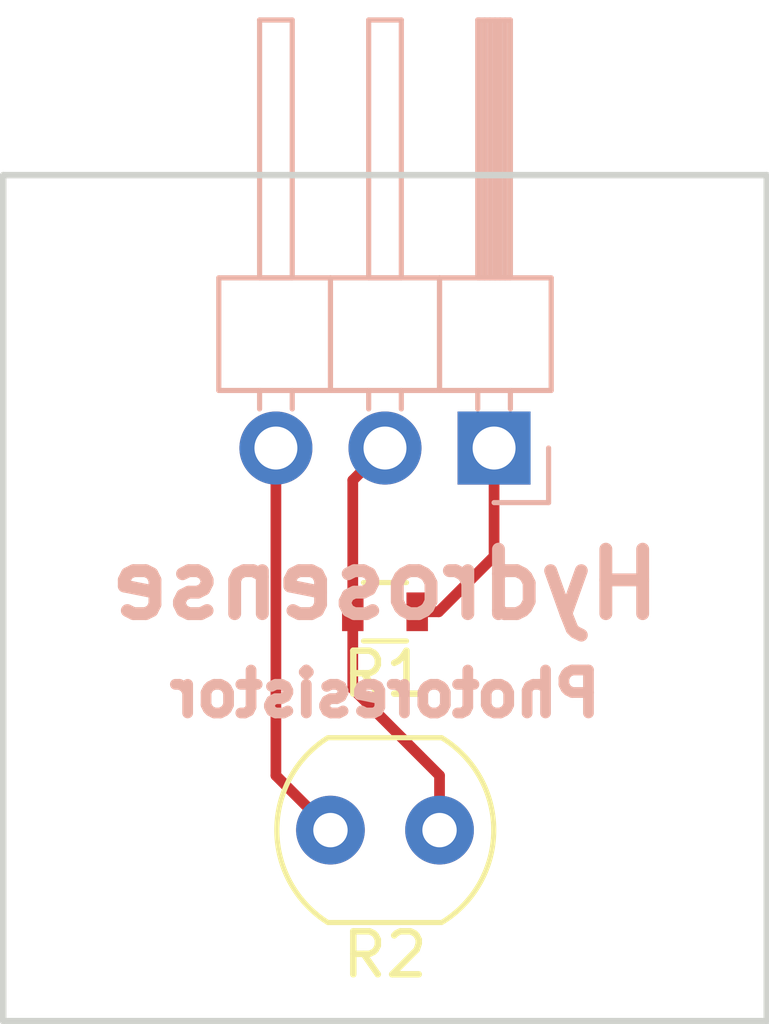
<source format=kicad_pcb>
(kicad_pcb (version 4) (host pcbnew 4.0.6-e0-6349~53~ubuntu16.04.1)

  (general
    (links 4)
    (no_connects 0)
    (area 139.624999 87.554999 157.555001 107.390001)
    (thickness 1.6)
    (drawings 6)
    (tracks 10)
    (zones 0)
    (modules 7)
    (nets 4)
  )

  (page A4)
  (layers
    (0 F.Cu signal)
    (31 B.Cu signal)
    (32 B.Adhes user)
    (33 F.Adhes user)
    (34 B.Paste user)
    (35 F.Paste user)
    (36 B.SilkS user)
    (37 F.SilkS user)
    (38 B.Mask user)
    (39 F.Mask user)
    (40 Dwgs.User user)
    (41 Cmts.User user)
    (42 Eco1.User user)
    (43 Eco2.User user)
    (44 Edge.Cuts user)
    (45 Margin user)
    (46 B.CrtYd user)
    (47 F.CrtYd user)
    (48 B.Fab user)
    (49 F.Fab user)
  )

  (setup
    (last_trace_width 0.25)
    (trace_clearance 0.2)
    (zone_clearance 0.508)
    (zone_45_only no)
    (trace_min 0.2)
    (segment_width 0.2)
    (edge_width 0.15)
    (via_size 0.6)
    (via_drill 0.4)
    (via_min_size 0.4)
    (via_min_drill 0.3)
    (uvia_size 0.3)
    (uvia_drill 0.1)
    (uvias_allowed no)
    (uvia_min_size 0.2)
    (uvia_min_drill 0.1)
    (pcb_text_width 0.3)
    (pcb_text_size 1.5 1.5)
    (mod_edge_width 0.15)
    (mod_text_size 1 1)
    (mod_text_width 0.15)
    (pad_size 1.524 1.524)
    (pad_drill 0.762)
    (pad_to_mask_clearance 0.2)
    (aux_axis_origin 0 0)
    (visible_elements FFFFFF7F)
    (pcbplotparams
      (layerselection 0x00030_80000001)
      (usegerberextensions false)
      (excludeedgelayer true)
      (linewidth 0.100000)
      (plotframeref false)
      (viasonmask false)
      (mode 1)
      (useauxorigin false)
      (hpglpennumber 1)
      (hpglpenspeed 20)
      (hpglpendiameter 15)
      (hpglpenoverlay 2)
      (psnegative false)
      (psa4output false)
      (plotreference true)
      (plotvalue true)
      (plotinvisibletext false)
      (padsonsilk false)
      (subtractmaskfromsilk false)
      (outputformat 1)
      (mirror false)
      (drillshape 1)
      (scaleselection 1)
      (outputdirectory ""))
  )

  (net 0 "")
  (net 1 +5V)
  (net 2 ADC)
  (net 3 GND)

  (net_class Default "This is the default net class."
    (clearance 0.2)
    (trace_width 0.25)
    (via_dia 0.6)
    (via_drill 0.4)
    (uvia_dia 0.3)
    (uvia_drill 0.1)
    (add_net +5V)
    (add_net ADC)
    (add_net GND)
  )

  (module Resistors_SMD:R_0603 (layer F.Cu) (tedit 58E0A804) (tstamp 58FC0EA0)
    (at 148.59 97.79 180)
    (descr "Resistor SMD 0603, reflow soldering, Vishay (see dcrcw.pdf)")
    (tags "resistor 0603")
    (path /58FC09FE)
    (attr smd)
    (fp_text reference R1 (at 0 -1.45 180) (layer F.SilkS)
      (effects (font (size 1 1) (thickness 0.15)))
    )
    (fp_text value 10k (at 0 1.5 180) (layer F.Fab)
      (effects (font (size 1 1) (thickness 0.15)))
    )
    (fp_text user %R (at 0 0 180) (layer F.Fab)
      (effects (font (size 0.5 0.5) (thickness 0.075)))
    )
    (fp_line (start -0.8 0.4) (end -0.8 -0.4) (layer F.Fab) (width 0.1))
    (fp_line (start 0.8 0.4) (end -0.8 0.4) (layer F.Fab) (width 0.1))
    (fp_line (start 0.8 -0.4) (end 0.8 0.4) (layer F.Fab) (width 0.1))
    (fp_line (start -0.8 -0.4) (end 0.8 -0.4) (layer F.Fab) (width 0.1))
    (fp_line (start 0.5 0.68) (end -0.5 0.68) (layer F.SilkS) (width 0.12))
    (fp_line (start -0.5 -0.68) (end 0.5 -0.68) (layer F.SilkS) (width 0.12))
    (fp_line (start -1.25 -0.7) (end 1.25 -0.7) (layer F.CrtYd) (width 0.05))
    (fp_line (start -1.25 -0.7) (end -1.25 0.7) (layer F.CrtYd) (width 0.05))
    (fp_line (start 1.25 0.7) (end 1.25 -0.7) (layer F.CrtYd) (width 0.05))
    (fp_line (start 1.25 0.7) (end -1.25 0.7) (layer F.CrtYd) (width 0.05))
    (pad 1 smd rect (at -0.75 0 180) (size 0.5 0.9) (layers F.Cu F.Paste F.Mask)
      (net 1 +5V))
    (pad 2 smd rect (at 0.75 0 180) (size 0.5 0.9) (layers F.Cu F.Paste F.Mask)
      (net 2 ADC))
    (model ${KISYS3DMOD}/Resistors_SMD.3dshapes/R_0603.wrl
      (at (xyz 0 0 0))
      (scale (xyz 1 1 1))
      (rotate (xyz 0 0 0))
    )
  )

  (module Opto-Devices:Resistor_LDR_4.9x4.2_RM2.54 (layer F.Cu) (tedit 588BCEEC) (tstamp 58FC0EBF)
    (at 149.86 102.87 180)
    (descr "Resistor, LDR 4.9x4.2mm")
    (tags "Resistor LDR4.9x4.2")
    (path /58FC09CC)
    (fp_text reference R2 (at 1.27 -2.9 180) (layer F.SilkS)
      (effects (font (size 1 1) (thickness 0.15)))
    )
    (fp_text value R_PHOTO (at 1.17 3.1 180) (layer F.Fab)
      (effects (font (size 1 1) (thickness 0.15)))
    )
    (fp_line (start -0.05 2.15) (end 2.6 2.15) (layer F.SilkS) (width 0.12))
    (fp_line (start -0.05 -2.15) (end 2.6 -2.15) (layer F.SilkS) (width 0.12))
    (fp_line (start 0.87 -1.2) (end 2.17 -1.2) (layer F.Fab) (width 0.1))
    (fp_line (start 1.67 -0.6) (end 0.87 -0.6) (layer F.Fab) (width 0.1))
    (fp_line (start 0.87 0) (end 1.67 0) (layer F.Fab) (width 0.1))
    (fp_line (start 1.67 0.6) (end 0.87 0.6) (layer F.Fab) (width 0.1))
    (fp_line (start 0.37 1.2) (end 1.67 1.2) (layer F.Fab) (width 0.1))
    (fp_line (start 0.37 -1.8) (end 2.17 -1.8) (layer F.Fab) (width 0.1))
    (fp_line (start 2.17 -1.8) (end 2.17 -1.2) (layer F.Fab) (width 0.1))
    (fp_line (start 0.87 -1.2) (end 0.87 -0.6) (layer F.Fab) (width 0.1))
    (fp_line (start 1.67 -0.6) (end 1.67 0) (layer F.Fab) (width 0.1))
    (fp_line (start 0.87 0) (end 0.87 0.6) (layer F.Fab) (width 0.1))
    (fp_line (start 1.67 0.6) (end 1.67 1.2) (layer F.Fab) (width 0.1))
    (fp_line (start 0.37 1.2) (end 0.37 1.8) (layer F.Fab) (width 0.1))
    (fp_line (start 0.37 1.8) (end 2.17 1.8) (layer F.Fab) (width 0.1))
    (fp_line (start 2.57 2.1) (end -0.03 2.1) (layer F.Fab) (width 0.1))
    (fp_line (start -0.03 -2.1) (end 2.57 -2.1) (layer F.Fab) (width 0.1))
    (fp_line (start -1.45 -2.35) (end 3.99 -2.35) (layer F.CrtYd) (width 0.05))
    (fp_line (start -1.45 -2.35) (end -1.45 2.35) (layer F.CrtYd) (width 0.05))
    (fp_line (start 3.99 2.35) (end 3.99 -2.35) (layer F.CrtYd) (width 0.05))
    (fp_line (start 3.99 2.35) (end -1.45 2.35) (layer F.CrtYd) (width 0.05))
    (fp_arc (start 1.25 0) (end -0.05 2.15) (angle 117) (layer F.SilkS) (width 0.12))
    (fp_arc (start 1.25 0) (end 2.6 -2.15) (angle 115) (layer F.SilkS) (width 0.12))
    (fp_arc (start 1.27 0) (end 2.57 -2.1) (angle 115) (layer F.Fab) (width 0.1))
    (fp_arc (start 1.27 0) (end -0.03 2.1) (angle 115) (layer F.Fab) (width 0.1))
    (pad 1 thru_hole circle (at 0 0 180) (size 1.6 1.6) (drill 0.8) (layers *.Cu *.Mask)
      (net 2 ADC))
    (pad 2 thru_hole circle (at 2.54 0 180) (size 1.6 1.6) (drill 0.8) (layers *.Cu *.Mask)
      (net 3 GND))
  )

  (module Pin_Headers:Pin_Header_Angled_1x03_Pitch2.54mm (layer B.Cu) (tedit 58FD2C67) (tstamp 58FC0F72)
    (at 151.13 93.98 90)
    (descr "Through hole angled pin header, 1x03, 2.54mm pitch, 6mm pin length, single row")
    (tags "Through hole angled pin header THT 1x03 2.54mm single row")
    (path /58FC0DFF)
    (fp_text reference J1 (at 4.315 2.27 90) (layer B.SilkS) hide
      (effects (font (size 1 1) (thickness 0.15)) (justify mirror))
    )
    (fp_text value CONN_01X03 (at 4.315 -7.35 90) (layer B.Fab) hide
      (effects (font (size 1 1) (thickness 0.15)) (justify mirror))
    )
    (fp_line (start 1.4 1.27) (end 1.4 -1.27) (layer B.Fab) (width 0.1))
    (fp_line (start 1.4 -1.27) (end 3.9 -1.27) (layer B.Fab) (width 0.1))
    (fp_line (start 3.9 -1.27) (end 3.9 1.27) (layer B.Fab) (width 0.1))
    (fp_line (start 3.9 1.27) (end 1.4 1.27) (layer B.Fab) (width 0.1))
    (fp_line (start 0 0.32) (end 0 -0.32) (layer B.Fab) (width 0.1))
    (fp_line (start 0 -0.32) (end 9.9 -0.32) (layer B.Fab) (width 0.1))
    (fp_line (start 9.9 -0.32) (end 9.9 0.32) (layer B.Fab) (width 0.1))
    (fp_line (start 9.9 0.32) (end 0 0.32) (layer B.Fab) (width 0.1))
    (fp_line (start 1.4 -1.27) (end 1.4 -3.81) (layer B.Fab) (width 0.1))
    (fp_line (start 1.4 -3.81) (end 3.9 -3.81) (layer B.Fab) (width 0.1))
    (fp_line (start 3.9 -3.81) (end 3.9 -1.27) (layer B.Fab) (width 0.1))
    (fp_line (start 3.9 -1.27) (end 1.4 -1.27) (layer B.Fab) (width 0.1))
    (fp_line (start 0 -2.22) (end 0 -2.86) (layer B.Fab) (width 0.1))
    (fp_line (start 0 -2.86) (end 9.9 -2.86) (layer B.Fab) (width 0.1))
    (fp_line (start 9.9 -2.86) (end 9.9 -2.22) (layer B.Fab) (width 0.1))
    (fp_line (start 9.9 -2.22) (end 0 -2.22) (layer B.Fab) (width 0.1))
    (fp_line (start 1.4 -3.81) (end 1.4 -6.35) (layer B.Fab) (width 0.1))
    (fp_line (start 1.4 -6.35) (end 3.9 -6.35) (layer B.Fab) (width 0.1))
    (fp_line (start 3.9 -6.35) (end 3.9 -3.81) (layer B.Fab) (width 0.1))
    (fp_line (start 3.9 -3.81) (end 1.4 -3.81) (layer B.Fab) (width 0.1))
    (fp_line (start 0 -4.76) (end 0 -5.4) (layer B.Fab) (width 0.1))
    (fp_line (start 0 -5.4) (end 9.9 -5.4) (layer B.Fab) (width 0.1))
    (fp_line (start 9.9 -5.4) (end 9.9 -4.76) (layer B.Fab) (width 0.1))
    (fp_line (start 9.9 -4.76) (end 0 -4.76) (layer B.Fab) (width 0.1))
    (fp_line (start 1.34 1.33) (end 1.34 -1.27) (layer B.SilkS) (width 0.12))
    (fp_line (start 1.34 -1.27) (end 3.96 -1.27) (layer B.SilkS) (width 0.12))
    (fp_line (start 3.96 -1.27) (end 3.96 1.33) (layer B.SilkS) (width 0.12))
    (fp_line (start 3.96 1.33) (end 1.34 1.33) (layer B.SilkS) (width 0.12))
    (fp_line (start 3.96 0.38) (end 3.96 -0.38) (layer B.SilkS) (width 0.12))
    (fp_line (start 3.96 -0.38) (end 9.96 -0.38) (layer B.SilkS) (width 0.12))
    (fp_line (start 9.96 -0.38) (end 9.96 0.38) (layer B.SilkS) (width 0.12))
    (fp_line (start 9.96 0.38) (end 3.96 0.38) (layer B.SilkS) (width 0.12))
    (fp_line (start 0.91 0.38) (end 1.34 0.38) (layer B.SilkS) (width 0.12))
    (fp_line (start 0.91 -0.38) (end 1.34 -0.38) (layer B.SilkS) (width 0.12))
    (fp_line (start 3.96 0.26) (end 9.96 0.26) (layer B.SilkS) (width 0.12))
    (fp_line (start 3.96 0.14) (end 9.96 0.14) (layer B.SilkS) (width 0.12))
    (fp_line (start 3.96 0.02) (end 9.96 0.02) (layer B.SilkS) (width 0.12))
    (fp_line (start 3.96 -0.1) (end 9.96 -0.1) (layer B.SilkS) (width 0.12))
    (fp_line (start 3.96 -0.22) (end 9.96 -0.22) (layer B.SilkS) (width 0.12))
    (fp_line (start 3.96 -0.34) (end 9.96 -0.34) (layer B.SilkS) (width 0.12))
    (fp_line (start 1.34 -1.27) (end 1.34 -3.81) (layer B.SilkS) (width 0.12))
    (fp_line (start 1.34 -3.81) (end 3.96 -3.81) (layer B.SilkS) (width 0.12))
    (fp_line (start 3.96 -3.81) (end 3.96 -1.27) (layer B.SilkS) (width 0.12))
    (fp_line (start 3.96 -1.27) (end 1.34 -1.27) (layer B.SilkS) (width 0.12))
    (fp_line (start 3.96 -2.16) (end 3.96 -2.92) (layer B.SilkS) (width 0.12))
    (fp_line (start 3.96 -2.92) (end 9.96 -2.92) (layer B.SilkS) (width 0.12))
    (fp_line (start 9.96 -2.92) (end 9.96 -2.16) (layer B.SilkS) (width 0.12))
    (fp_line (start 9.96 -2.16) (end 3.96 -2.16) (layer B.SilkS) (width 0.12))
    (fp_line (start 0.91 -2.16) (end 1.34 -2.16) (layer B.SilkS) (width 0.12))
    (fp_line (start 0.91 -2.92) (end 1.34 -2.92) (layer B.SilkS) (width 0.12))
    (fp_line (start 1.34 -3.81) (end 1.34 -6.41) (layer B.SilkS) (width 0.12))
    (fp_line (start 1.34 -6.41) (end 3.96 -6.41) (layer B.SilkS) (width 0.12))
    (fp_line (start 3.96 -6.41) (end 3.96 -3.81) (layer B.SilkS) (width 0.12))
    (fp_line (start 3.96 -3.81) (end 1.34 -3.81) (layer B.SilkS) (width 0.12))
    (fp_line (start 3.96 -4.7) (end 3.96 -5.46) (layer B.SilkS) (width 0.12))
    (fp_line (start 3.96 -5.46) (end 9.96 -5.46) (layer B.SilkS) (width 0.12))
    (fp_line (start 9.96 -5.46) (end 9.96 -4.7) (layer B.SilkS) (width 0.12))
    (fp_line (start 9.96 -4.7) (end 3.96 -4.7) (layer B.SilkS) (width 0.12))
    (fp_line (start 0.91 -4.7) (end 1.34 -4.7) (layer B.SilkS) (width 0.12))
    (fp_line (start 0.91 -5.46) (end 1.34 -5.46) (layer B.SilkS) (width 0.12))
    (fp_line (start -1.27 0) (end -1.27 1.27) (layer B.SilkS) (width 0.12))
    (fp_line (start -1.27 1.27) (end 0 1.27) (layer B.SilkS) (width 0.12))
    (fp_line (start -1.8 1.8) (end -1.8 -6.85) (layer B.CrtYd) (width 0.05))
    (fp_line (start -1.8 -6.85) (end 10.4 -6.85) (layer B.CrtYd) (width 0.05))
    (fp_line (start 10.4 -6.85) (end 10.4 1.8) (layer B.CrtYd) (width 0.05))
    (fp_line (start 10.4 1.8) (end -1.8 1.8) (layer B.CrtYd) (width 0.05))
    (fp_text user %R (at 4.315 2.27 90) (layer B.Fab)
      (effects (font (size 1 1) (thickness 0.15)) (justify mirror))
    )
    (pad 1 thru_hole rect (at 0 0 90) (size 1.7 1.7) (drill 1) (layers *.Cu *.Mask)
      (net 1 +5V))
    (pad 2 thru_hole oval (at 0 -2.54 90) (size 1.7 1.7) (drill 1) (layers *.Cu *.Mask)
      (net 2 ADC))
    (pad 3 thru_hole oval (at 0 -5.08 90) (size 1.7 1.7) (drill 1) (layers *.Cu *.Mask)
      (net 3 GND))
    (model ${KISYS3DMOD}/Pin_Headers.3dshapes/Pin_Header_Angled_1x03_Pitch2.54mm.wrl
      (at (xyz 0 -0.1 0))
      (scale (xyz 1 1 1))
      (rotate (xyz 0 0 90))
    )
  )

  (module Mounting_Holes:MountingHole_2.2mm_M2 (layer F.Cu) (tedit 58FD2BD5) (tstamp 58FC10E1)
    (at 154.94 90.17)
    (descr "Mounting Hole 2.2mm, no annular, M2")
    (tags "mounting hole 2.2mm no annular m2")
    (fp_text reference REF** (at 0 -3.2) (layer F.SilkS) hide
      (effects (font (size 1 1) (thickness 0.15)))
    )
    (fp_text value MountingHole_2.2mm_M2 (at 0 3.2) (layer F.Fab) hide
      (effects (font (size 1 1) (thickness 0.15)))
    )
    (fp_circle (center 0 0) (end 2.2 0) (layer Cmts.User) (width 0.15))
    (fp_circle (center 0 0) (end 2.45 0) (layer F.CrtYd) (width 0.05))
    (pad 1 np_thru_hole circle (at 0 0) (size 2.2 2.2) (drill 2.2) (layers *.Cu *.Mask))
  )

  (module Mounting_Holes:MountingHole_2.2mm_M2 (layer F.Cu) (tedit 58FD2BD1) (tstamp 58FC10E2)
    (at 142.24 90.17)
    (descr "Mounting Hole 2.2mm, no annular, M2")
    (tags "mounting hole 2.2mm no annular m2")
    (fp_text reference REF** (at 0 -3.2) (layer F.SilkS) hide
      (effects (font (size 1 1) (thickness 0.15)))
    )
    (fp_text value MountingHole_2.2mm_M2 (at 0 3.2) (layer F.Fab) hide
      (effects (font (size 1 1) (thickness 0.15)))
    )
    (fp_circle (center 0 0) (end 2.2 0) (layer Cmts.User) (width 0.15))
    (fp_circle (center 0 0) (end 2.45 0) (layer F.CrtYd) (width 0.05))
    (pad 1 np_thru_hole circle (at 0 0) (size 2.2 2.2) (drill 2.2) (layers *.Cu *.Mask))
  )

  (module Mounting_Holes:MountingHole_2.2mm_M2 (layer F.Cu) (tedit 58FD2BCC) (tstamp 58FC10E3)
    (at 142.24 104.775)
    (descr "Mounting Hole 2.2mm, no annular, M2")
    (tags "mounting hole 2.2mm no annular m2")
    (fp_text reference REF** (at 0 -3.2) (layer F.SilkS) hide
      (effects (font (size 1 1) (thickness 0.15)))
    )
    (fp_text value MountingHole_2.2mm_M2 (at 0 3.2) (layer F.Fab) hide
      (effects (font (size 1 1) (thickness 0.15)))
    )
    (fp_circle (center 0 0) (end 2.2 0) (layer Cmts.User) (width 0.15))
    (fp_circle (center 0 0) (end 2.45 0) (layer F.CrtYd) (width 0.05))
    (pad 1 np_thru_hole circle (at 0 0) (size 2.2 2.2) (drill 2.2) (layers *.Cu *.Mask))
  )

  (module Mounting_Holes:MountingHole_2.2mm_M2 (layer F.Cu) (tedit 58FD2BD9) (tstamp 58FC10E4)
    (at 154.94 104.775)
    (descr "Mounting Hole 2.2mm, no annular, M2")
    (tags "mounting hole 2.2mm no annular m2")
    (fp_text reference REF** (at 0 -3.2) (layer F.SilkS) hide
      (effects (font (size 1 1) (thickness 0.15)))
    )
    (fp_text value MountingHole_2.2mm_M2 (at 0 3.2) (layer F.Fab) hide
      (effects (font (size 1 1) (thickness 0.15)))
    )
    (fp_circle (center 0 0) (end 2.2 0) (layer Cmts.User) (width 0.15))
    (fp_circle (center 0 0) (end 2.45 0) (layer F.CrtYd) (width 0.05))
    (pad 1 np_thru_hole circle (at 0 0) (size 2.2 2.2) (drill 2.2) (layers *.Cu *.Mask))
  )

  (gr_text Photoresistor (at 148.59 99.695) (layer B.SilkS)
    (effects (font (size 1 1) (thickness 0.25)) (justify mirror))
  )
  (gr_text Hydrosense (at 148.59 97.155) (layer B.SilkS)
    (effects (font (size 1.5 1.5) (thickness 0.3)) (justify mirror))
  )
  (gr_line (start 157.48 87.63) (end 157.48 107.315) (layer Edge.Cuts) (width 0.15))
  (gr_line (start 139.7 87.63) (end 139.7 107.315) (layer Edge.Cuts) (width 0.15))
  (gr_line (start 157.48 107.315) (end 139.7 107.315) (layer Edge.Cuts) (width 0.15))
  (gr_line (start 139.7 87.63) (end 157.48 87.63) (layer Edge.Cuts) (width 0.15))

  (segment (start 151.13 93.98) (end 151.13 96.5) (width 0.25) (layer F.Cu) (net 1))
  (segment (start 151.13 96.5) (end 149.84 97.79) (width 0.25) (layer F.Cu) (net 1))
  (segment (start 149.84 97.79) (end 149.34 97.79) (width 0.25) (layer F.Cu) (net 1))
  (segment (start 149.86 101.6) (end 147.84 99.58) (width 0.25) (layer F.Cu) (net 2))
  (segment (start 147.84 99.58) (end 147.84 97.79) (width 0.25) (layer F.Cu) (net 2))
  (segment (start 149.86 102.87) (end 149.86 101.6) (width 0.25) (layer F.Cu) (net 2))
  (segment (start 147.84 97.79) (end 147.84 94.73) (width 0.25) (layer F.Cu) (net 2))
  (segment (start 147.84 94.73) (end 148.59 93.98) (width 0.25) (layer F.Cu) (net 2))
  (segment (start 146.05 101.6) (end 146.05 93.98) (width 0.25) (layer F.Cu) (net 3))
  (segment (start 147.32 102.87) (end 146.05 101.6) (width 0.25) (layer F.Cu) (net 3))

)

</source>
